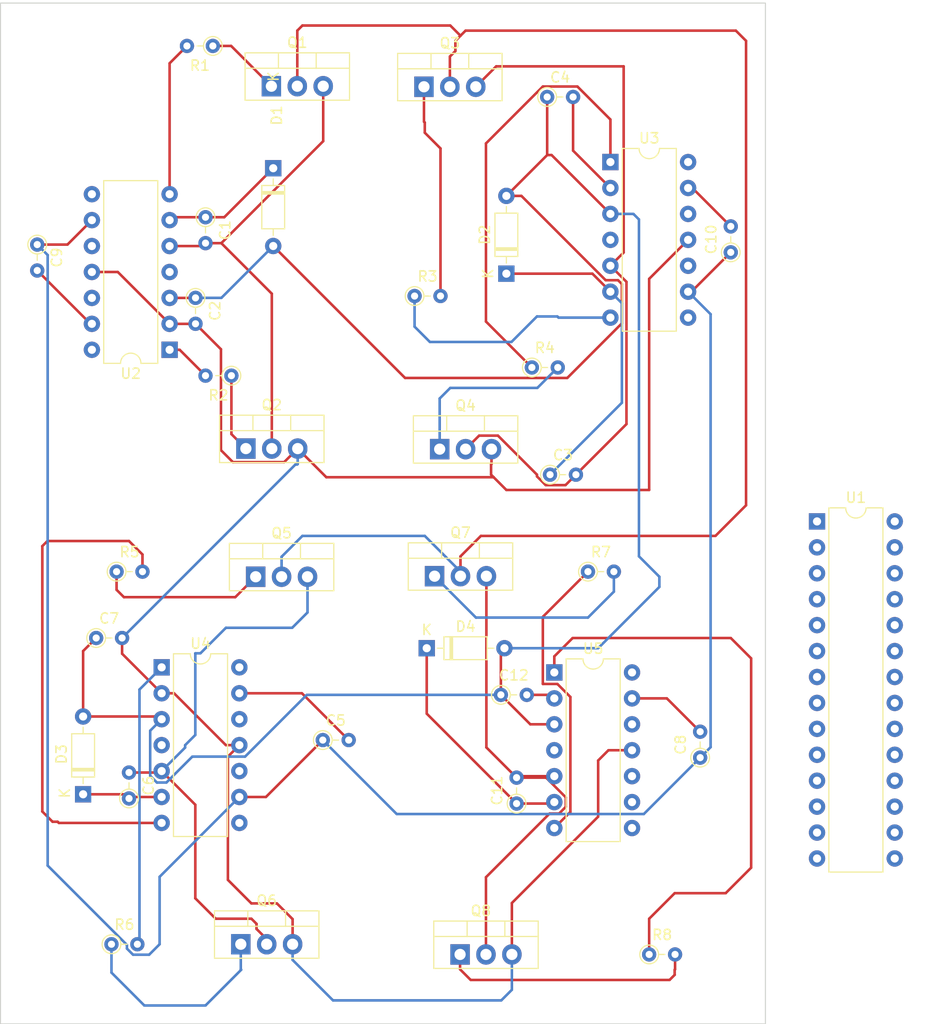
<source format=kicad_pcb>
(kicad_pcb (version 20240108) (generator "pcbnew") (generator_version "8.0")
  (layers (0 "F.Cu" signal) (31 "B.Cu" signal) (34 "B.Paste" user) (35 "F.Paste" user) (36 "B.SilkS" user "B.Silkscreen") (37 "F.SilkS" user "F.Silkscreen") (38 "B.Mask" user) (39 "F.Mask" user) (44 "Edge.Cuts" user))
  (net 0 "")
  (net 1 "Net-(D1-K)")
  (net 2 "Net-(Q1-S)")
  (net 3 "+12V")
  (net 4 "GND")
  (net 5 "Net-(D2-K)")
  (net 6 "Net-(Q3-S)")
  (net 7 "Net-(U3-COM)")
  (net 8 "Net-(U1-VDD)")
  (net 9 "Net-(U4-VSS)")
  (net 10 "Net-(D3-K)")
  (net 11 "Net-(Q5-S)")
  (net 12 "Net-(U5-VSS)")
  (net 13 "Net-(U2-VSS)")
  (net 14 "Net-(U3-VSS)")
  (net 15 "Net-(D4-K)")
  (net 16 "Net-(Q7-S)")
  (net 17 "Net-(U5-COM)")
  (net 18 "Net-(Q1-G)")
  (net 19 "+9V")
  (net 20 "Net-(Q2-G)")
  (net 21 "Net-(Q3-G)")
  (net 22 "Net-(Q4-G)")
  (net 23 "Net-(Q5-G)")
  (net 24 "Net-(Q6-G)")
  (net 25 "Net-(Q7-G)")
  (net 26 "Net-(Q8-G)")
  (net 74 "Net-(U2-LO)")
  (net 75 "Net-(U2-HO)")
  (net 76 "Net-(U3-LO)")
  (net 77 "Net-(U3-HO)")
  (net 78 "Net-(U4-HO)")
  (net 79 "Net-(U4-LO)")
  (net 80 "Net-(U5-LO)")
  (net 81 "Net-(U5-HO)")
  (footprint "Package_TO_SOT_THT:TO-220-3_Vertical" (layer "F.Cu") (at 86.96 73.945)
    (property "Reference" "Q7" (at 2.54 -4.27 0) (layer "F.SilkS"))
    (property "Value" "IRF540N")
    (pad "1" thru_hole rect (at 0 0) (size 1.905 2) (drill 1.1) (layers "*.Cu" "*.Mask") (net 25 "Net-(Q7-G)"))
    (pad "2" thru_hole oval (at 2.54 0) (size 1.905 2) (drill 1.1) (layers "*.Cu" "*.Mask") (net 19 "+9V"))
    (pad "3" thru_hole oval (at 5.08 0) (size 1.905 2) (drill 1.1) (layers "*.Cu" "*.Mask") (net 16 "Net-(Q7-S)"))
  )
  (footprint "Resistor_THT:R_Axial_DIN0204_L3.6mm_D1.6mm_P2.54mm_Vertical" (layer "F.Cu") (at 48 41.46 -90)
    (property "Reference" "C9" (at 1.27 -1.92 90) (layer "F.SilkS"))
    (property "Value" "1uF")
    (pad "1" thru_hole circle (at 0 0 270) (size 1.4 1.4) (drill 0.7) (layers "*.Cu" "*.Mask") (net 8 "Net-(U1-VDD)"))
    (pad "2" thru_hole oval (at 2.54 0 270) (size 1.4 1.4) (drill 0.7) (layers "*.Cu" "*.Mask") (net 13 "Net-(U2-VSS)"))
  )
  (footprint "Diode_THT:D_DO-35_SOD27_P7.62mm_Horizontal" (layer "F.Cu") (at 94 44.31 90)
    (property "Reference" "D2" (at 3.81 -2.12 270) (layer "F.SilkS"))
    (property "Value" "1N914")
    (fp_text user "K" (at 0 -1.8 270) (layer "F.SilkS"))
    (pad "1" thru_hole rect (at 0 0 90) (size 1.6 1.6) (drill 0.8) (layers "*.Cu" "*.Mask") (net 5 "Net-(D2-K)"))
    (pad "2" thru_hole oval (at 7.62 0 90) (size 1.6 1.6) (drill 0.8) (layers "*.Cu" "*.Mask") (net 3 "+12V"))
  )
  (footprint "Package_TO_SOT_THT:TO-220-3_Vertical" (layer "F.Cu") (at 89.46 111)
    (property "Reference" "Q8" (at 2.04 -4.27 0) (layer "F.SilkS"))
    (property "Value" "IRF540N")
    (pad "1" thru_hole rect (at 0 0) (size 1.905 2) (drill 1.1) (layers "*.Cu" "*.Mask") (net 26 "Net-(Q8-G)"))
    (pad "2" thru_hole oval (at 2.54 0) (size 1.905 2) (drill 1.1) (layers "*.Cu" "*.Mask") (net 16 "Net-(Q7-S)"))
    (pad "3" thru_hole oval (at 5.08 0) (size 1.905 2) (drill 1.1) (layers "*.Cu" "*.Mask") (net 4 "GND"))
  )
  (footprint "Resistor_THT:R_Axial_DIN0204_L3.6mm_D1.6mm_P2.54mm_Vertical" (layer "F.Cu") (at 55.28 110)
    (property "Reference" "R6" (at 1.27 -1.92 0) (layer "F.SilkS"))
    (property "Value" "22R")
    (pad "1" thru_hole circle (at 0 0) (size 1.4 1.4) (drill 0.7) (layers "*.Cu" "*.Mask") (net 24 "Net-(Q6-G)"))
    (pad "2" thru_hole oval (at 2.54 0) (size 1.4 1.4) (drill 0.7) (layers "*.Cu" "*.Mask") (net 79 "Net-(U4-LO)"))
  )
  (footprint "Resistor_THT:R_Axial_DIN0204_L3.6mm_D1.6mm_P2.54mm_Vertical" (layer "F.Cu") (at 102 73.5)
    (property "Reference" "R7" (at 1.27 -1.92 0) (layer "F.SilkS"))
    (property "Value" "22R")
    (pad "1" thru_hole circle (at 0 0) (size 1.4 1.4) (drill 0.7) (layers "*.Cu" "*.Mask") (net 81 "Net-(U5-HO)"))
    (pad "2" thru_hole oval (at 2.54 0) (size 1.4 1.4) (drill 0.7) (layers "*.Cu" "*.Mask") (net 25 "Net-(Q7-G)"))
  )
  (footprint "Resistor_THT:R_Axial_DIN0204_L3.6mm_D1.6mm_P2.54mm_Vertical" (layer "F.Cu") (at 67.04 54.3 180)
    (property "Reference" "R2" (at 1.27 -1.92 0) (layer "F.SilkS"))
    (property "Value" "22R")
    (pad "1" thru_hole circle (at 0 0 180) (size 1.4 1.4) (drill 0.7) (layers "*.Cu" "*.Mask") (net 20 "Net-(Q2-G)"))
    (pad "2" thru_hole oval (at 2.54 0 180) (size 1.4 1.4) (drill 0.7) (layers "*.Cu" "*.Mask") (net 74 "Net-(U2-LO)"))
  )
  (footprint "Resistor_THT:R_Axial_DIN0204_L3.6mm_D1.6mm_P2.54mm_Vertical" (layer "F.Cu") (at 65.22 22 180)
    (property "Reference" "R1" (at 1.27 -1.92 0) (layer "F.SilkS"))
    (property "Value" "22R")
    (pad "1" thru_hole circle (at 0 0 180) (size 1.4 1.4) (drill 0.7) (layers "*.Cu" "*.Mask") (net 18 "Net-(Q1-G)"))
    (pad "2" thru_hole oval (at 2.54 0 180) (size 1.4 1.4) (drill 0.7) (layers "*.Cu" "*.Mask") (net 75 "Net-(U2-HO)"))
  )
  (footprint "Package_DIP:DIP-14_W7.62mm" (layer "F.Cu") (at 104.2 33.375)
    (property "Reference" "U3" (at 3.81 -2.33 0) (layer "F.SilkS"))
    (property "Value" "IR2110")
    (pad "1" thru_hole rect (at 0 0) (size 1.6 1.6) (drill 0.8) (layers "*.Cu" "*.Mask") (net 76 "Net-(U3-LO)"))
    (pad "2" thru_hole oval (at 0 2.54) (size 1.6 1.6) (drill 0.8) (layers "*.Cu" "*.Mask") (net 7 "Net-(U3-COM)"))
    (pad "3" thru_hole oval (at 0 5.08) (size 1.6 1.6) (drill 0.8) (layers "*.Cu" "*.Mask") (net 3 "+12V"))
    (pad "4" thru_hole oval (at 0 7.62) (size 1.6 1.6) (drill 0.8) (layers "*.Cu" "*.Mask"))
    (pad "5" thru_hole oval (at 0 10.16) (size 1.6 1.6) (drill 0.8) (layers "*.Cu" "*.Mask") (net 6 "Net-(Q3-S)"))
    (pad "6" thru_hole oval (at 0 12.7) (size 1.6 1.6) (drill 0.8) (layers "*.Cu" "*.Mask") (net 5 "Net-(D2-K)"))
    (pad "7" thru_hole oval (at 0 15.24) (size 1.6 1.6) (drill 0.8) (layers "*.Cu" "*.Mask") (net 77 "Net-(U3-HO)"))
    (pad "8" thru_hole oval (at 7.62 15.24) (size 1.6 1.6) (drill 0.8) (layers "*.Cu" "*.Mask"))
    (pad "9" thru_hole oval (at 7.62 12.7) (size 1.6 1.6) (drill 0.8) (layers "*.Cu" "*.Mask") (net 8 "Net-(U1-VDD)"))
    (pad "10" thru_hole oval (at 7.62 10.16) (size 1.6 1.6) (drill 0.8) (layers "*.Cu" "*.Mask"))
    (pad "11" thru_hole oval (at 7.62 7.62) (size 1.6 1.6) (drill 0.8) (layers "*.Cu" "*.Mask") (net 4 "GND"))
    (pad "12" thru_hole oval (at 7.62 5.08) (size 1.6 1.6) (drill 0.8) (layers "*.Cu" "*.Mask"))
    (pad "13" thru_hole oval (at 7.62 2.54) (size 1.6 1.6) (drill 0.8) (layers "*.Cu" "*.Mask") (net 14 "Net-(U3-VSS)"))
    (pad "14" thru_hole oval (at 7.62 0) (size 1.6 1.6) (drill 0.8) (layers "*.Cu" "*.Mask"))
  )
  (footprint "Package_TO_SOT_THT:TO-220-3_Vertical" (layer "F.Cu") (at 70.96 25.945)
    (property "Reference" "Q1" (at 2.54 -4.27 0) (layer "F.SilkS"))
    (property "Value" "IRF540N")
    (pad "1" thru_hole rect (at 0 0) (size 1.905 2) (drill 1.1) (layers "*.Cu" "*.Mask") (net 18 "Net-(Q1-G)"))
    (pad "2" thru_hole oval (at 2.54 0) (size 1.905 2) (drill 1.1) (layers "*.Cu" "*.Mask") (net 19 "+9V"))
    (pad "3" thru_hole oval (at 5.08 0) (size 1.905 2) (drill 1.1) (layers "*.Cu" "*.Mask") (net 2 "Net-(Q1-S)"))
  )
  (footprint "Package_TO_SOT_THT:TO-220-3_Vertical" (layer "F.Cu") (at 69.42 74)
    (property "Reference" "Q5" (at 2.54 -4.27 0) (layer "F.SilkS"))
    (property "Value" "IRF540N")
    (pad "1" thru_hole rect (at 0 0) (size 1.905 2) (drill 1.1) (layers "*.Cu" "*.Mask") (net 23 "Net-(Q5-G)"))
    (pad "2" thru_hole oval (at 2.54 0) (size 1.905 2) (drill 1.1) (layers "*.Cu" "*.Mask") (net 19 "+9V"))
    (pad "3" thru_hole oval (at 5.08 0) (size 1.905 2) (drill 1.1) (layers "*.Cu" "*.Mask") (net 11 "Net-(Q5-S)"))
  )
  (footprint "Resistor_THT:R_Axial_DIN0204_L3.6mm_D1.6mm_P2.54mm_Vertical" (layer "F.Cu") (at 63.52 46.68 -90)
    (property "Reference" "C2" (at 1.27 -1.92 90) (layer "F.SilkS"))
    (property "Value" "1uF")
    (pad "1" thru_hole circle (at 0 0 270) (size 1.4 1.4) (drill 0.7) (layers "*.Cu" "*.Mask") (net 3 "+12V"))
    (pad "2" thru_hole oval (at 2.54 0 270) (size 1.4 1.4) (drill 0.7) (layers "*.Cu" "*.Mask") (net 4 "GND"))
  )
  (footprint "Package_DIP:DIP-14_W7.62mm" (layer "F.Cu") (at 60.98 51.765 180)
    (property "Reference" "U2" (at 3.81 -2.33 0) (layer "F.SilkS"))
    (property "Value" "IR2110")
    (pad "1" thru_hole rect (at 0 0 180) (size 1.6 1.6) (drill 0.8) (layers "*.Cu" "*.Mask") (net 74 "Net-(U2-LO)"))
    (pad "2" thru_hole oval (at 0 2.54 180) (size 1.6 1.6) (drill 0.8) (layers "*.Cu" "*.Mask") (net 4 "GND"))
    (pad "3" thru_hole oval (at 0 5.08 180) (size 1.6 1.6) (drill 0.8) (layers "*.Cu" "*.Mask") (net 3 "+12V"))
    (pad "4" thru_hole oval (at 0 7.62 180) (size 1.6 1.6) (drill 0.8) (layers "*.Cu" "*.Mask"))
    (pad "5" thru_hole oval (at 0 10.16 180) (size 1.6 1.6) (drill 0.8) (layers "*.Cu" "*.Mask") (net 2 "Net-(Q1-S)"))
    (pad "6" thru_hole oval (at 0 12.7 180) (size 1.6 1.6) (drill 0.8) (layers "*.Cu" "*.Mask") (net 1 "Net-(D1-K)"))
    (pad "7" thru_hole oval (at 0 15.24 180) (size 1.6 1.6) (drill 0.8) (layers "*.Cu" "*.Mask") (net 75 "Net-(U2-HO)"))
    (pad "8" thru_hole oval (at 7.62 15.24 180) (size 1.6 1.6) (drill 0.8) (layers "*.Cu" "*.Mask"))
    (pad "9" thru_hole oval (at 7.62 12.7 180) (size 1.6 1.6) (drill 0.8) (layers "*.Cu" "*.Mask") (net 8 "Net-(U1-VDD)"))
    (pad "10" thru_hole oval (at 7.62 10.16 180) (size 1.6 1.6) (drill 0.8) (layers "*.Cu" "*.Mask"))
    (pad "11" thru_hole oval (at 7.62 7.62 180) (size 1.6 1.6) (drill 0.8) (layers "*.Cu" "*.Mask") (net 4 "GND"))
    (pad "12" thru_hole oval (at 7.62 5.08 180) (size 1.6 1.6) (drill 0.8) (layers "*.Cu" "*.Mask"))
    (pad "13" thru_hole oval (at 7.62 2.54 180) (size 1.6 1.6) (drill 0.8) (layers "*.Cu" "*.Mask") (net 13 "Net-(U2-VSS)"))
    (pad "14" thru_hole oval (at 7.62 0 180) (size 1.6 1.6) (drill 0.8) (layers "*.Cu" "*.Mask"))
  )
  (footprint "Resistor_THT:R_Axial_DIN0204_L3.6mm_D1.6mm_P2.54mm_Vertical" (layer "F.Cu") (at 93.46 85.57)
    (property "Reference" "C12" (at 1.27 -1.92 0) (layer "F.SilkS"))
    (property "Value" "1uF")
    (pad "1" thru_hole circle (at 0 0) (size 1.4 1.4) (drill 0.7) (layers "*.Cu" "*.Mask") (net 3 "+12V"))
    (pad "2" thru_hole oval (at 2.54 0) (size 1.4 1.4) (drill 0.7) (layers "*.Cu" "*.Mask") (net 17 "Net-(U5-COM)"))
  )
  (footprint "Package_TO_SOT_THT:TO-220-3_Vertical" (layer "F.Cu") (at 87.46 61.5)
    (property "Reference" "Q4" (at 2.54 -4.27 360) (layer "F.SilkS"))
    (property "Value" "IRF540N")
    (pad "1" thru_hole rect (at 0 0) (size 1.905 2) (drill 1.1) (layers "*.Cu" "*.Mask") (net 22 "Net-(Q4-G)"))
    (pad "2" thru_hole oval (at 2.54 0) (size 1.905 2) (drill 1.1) (layers "*.Cu" "*.Mask") (net 6 "Net-(Q3-S)"))
    (pad "3" thru_hole oval (at 5.08 0) (size 1.905 2) (drill 1.1) (layers "*.Cu" "*.Mask") (net 4 "GND"))
  )
  (footprint "Resistor_THT:R_Axial_DIN0204_L3.6mm_D1.6mm_P2.54mm_Vertical" (layer "F.Cu") (at 55.78 73.5)
    (property "Reference" "R5" (at 1.27 -1.92 0) (layer "F.SilkS"))
    (property "Value" "22R")
    (pad "1" thru_hole circle (at 0 0) (size 1.4 1.4) (drill 0.7) (layers "*.Cu" "*.Mask") (net 23 "Net-(Q5-G)"))
    (pad "2" thru_hole oval (at 2.54 0) (size 1.4 1.4) (drill 0.7) (layers "*.Cu" "*.Mask") (net 78 "Net-(U4-HO)"))
  )
  (footprint "Package_TO_SOT_THT:TO-220-3_Vertical" (layer "F.Cu") (at 68.46 61.445)
    (property "Reference" "Q2" (at 2.54 -4.27 360) (layer "F.SilkS"))
    (property "Value" "IRF540N")
    (pad "1" thru_hole rect (at 0 0) (size 1.905 2) (drill 1.1) (layers "*.Cu" "*.Mask") (net 20 "Net-(Q2-G)"))
    (pad "2" thru_hole oval (at 2.54 0) (size 1.905 2) (drill 1.1) (layers "*.Cu" "*.Mask") (net 2 "Net-(Q1-S)"))
    (pad "3" thru_hole oval (at 5.08 0) (size 1.905 2) (drill 1.1) (layers "*.Cu" "*.Mask") (net 4 "GND"))
  )
  (footprint "Resistor_THT:R_Axial_DIN0204_L3.6mm_D1.6mm_P2.54mm_Vertical" (layer "F.Cu") (at 95 96.22 90)
    (property "Reference" "C11" (at 1.27 -1.92 270) (layer "F.SilkS"))
    (property "Value" "1uF")
    (pad "1" thru_hole circle (at 0 0 90) (size 1.4 1.4) (drill 0.7) (layers "*.Cu" "*.Mask") (net 15 "Net-(D4-K)"))
    (pad "2" thru_hole oval (at 2.54 0 90) (size 1.4 1.4) (drill 0.7) (layers "*.Cu" "*.Mask") (net 16 "Net-(Q7-S)"))
  )
  (footprint "Diode_THT:D_DO-35_SOD27_P7.62mm_Horizontal" (layer "F.Cu") (at 86.19 81)
    (property "Reference" "D4" (at 3.81 -2.12 0) (layer "F.SilkS"))
    (property "Value" "1N914")
    (fp_text user "K" (at 0 -1.8 0) (layer "F.SilkS"))
    (pad "1" thru_hole rect (at 0 0) (size 1.6 1.6) (drill 0.8) (layers "*.Cu" "*.Mask") (net 15 "Net-(D4-K)"))
    (pad "2" thru_hole oval (at 7.62 0) (size 1.6 1.6) (drill 0.8) (layers "*.Cu" "*.Mask") (net 3 "+12V"))
  )
  (footprint "Resistor_THT:R_Axial_DIN0204_L3.6mm_D1.6mm_P2.54mm_Vertical" (layer "F.Cu") (at 98.28 64)
    (property "Reference" "C3" (at 1.27 -1.92 0) (layer "F.SilkS"))
    (property "Value" "1uF")
    (pad "1" thru_hole circle (at 0 0) (size 1.4 1.4) (drill 0.7) (layers "*.Cu" "*.Mask") (net 5 "Net-(D2-K)"))
    (pad "2" thru_hole oval (at 2.54 0) (size 1.4 1.4) (drill 0.7) (layers "*.Cu" "*.Mask") (net 6 "Net-(Q3-S)"))
  )
  (footprint "Resistor_THT:R_Axial_DIN0204_L3.6mm_D1.6mm_P2.54mm_Vertical" (layer "F.Cu") (at 108 111)
    (property "Reference" "R8" (at 1.27 -1.92 0) (layer "F.SilkS"))
    (property "Value" "22R")
    (pad "1" thru_hole circle (at 0 0) (size 1.4 1.4) (drill 0.7) (layers "*.Cu" "*.Mask") (net 80 "Net-(U5-LO)"))
    (pad "2" thru_hole oval (at 2.54 0) (size 1.4 1.4) (drill 0.7) (layers "*.Cu" "*.Mask") (net 26 "Net-(Q8-G)"))
  )
  (footprint "Resistor_THT:R_Axial_DIN0204_L3.6mm_D1.6mm_P2.54mm_Vertical" (layer "F.Cu") (at 57 95.72 90)
    (property "Reference" "C6" (at 1.27 1.92 270) (layer "F.SilkS"))
    (property "Value" "1uF")
    (pad "1" thru_hole circle (at 0 0 90) (size 1.4 1.4) (drill 0.7) (layers "*.Cu" "*.Mask") (net 10 "Net-(D3-K)"))
    (pad "2" thru_hole oval (at 2.54 0 90) (size 1.4 1.4) (drill 0.7) (layers "*.Cu" "*.Mask") (net 11 "Net-(Q5-S)"))
  )
  (footprint "Resistor_THT:R_Axial_DIN0204_L3.6mm_D1.6mm_P2.54mm_Vertical" (layer "F.Cu") (at 85 46.5)
    (property "Reference" "R3" (at 1.27 -1.92 0) (layer "F.SilkS"))
    (property "Value" "22R")
    (pad "1" thru_hole circle (at 0 0) (size 1.4 1.4) (drill 0.7) (layers "*.Cu" "*.Mask") (net 77 "Net-(U3-HO)"))
    (pad "2" thru_hole oval (at 2.54 0) (size 1.4 1.4) (drill 0.7) (layers "*.Cu" "*.Mask") (net 21 "Net-(Q3-G)"))
  )
  (footprint "Package_DIP:DIP-14_W7.62mm" (layer "F.Cu") (at 60.2 82.875)
    (property "Reference" "U4" (at 3.81 -2.33 0) (layer "F.SilkS"))
    (property "Value" "IR2110")
    (pad "1" thru_hole rect (at 0 0) (size 1.6 1.6) (drill 0.8) (layers "*.Cu" "*.Mask") (net 79 "Net-(U4-LO)"))
    (pad "2" thru_hole oval (at 0 2.54) (size 1.6 1.6) (drill 0.8) (layers "*.Cu" "*.Mask") (net 4 "GND"))
    (pad "3" thru_hole oval (at 0 5.08) (size 1.6 1.6) (drill 0.8) (layers "*.Cu" "*.Mask") (net 3 "+12V"))
    (pad "4" thru_hole oval (at 0 7.62) (size 1.6 1.6) (drill 0.8) (layers "*.Cu" "*.Mask"))
    (pad "5" thru_hole oval (at 0 10.16) (size 1.6 1.6) (drill 0.8) (layers "*.Cu" "*.Mask") (net 11 "Net-(Q5-S)"))
    (pad "6" thru_hole oval (at 0 12.7) (size 1.6 1.6) (drill 0.8) (layers "*.Cu" "*.Mask") (net 10 "Net-(D3-K)"))
    (pad "7" thru_hole oval (at 0 15.24) (size 1.6 1.6) (drill 0.8) (layers "*.Cu" "*.Mask") (net 78 "Net-(U4-HO)"))
    (pad "8" thru_hole oval (at 7.62 15.24) (size 1.6 1.6) (drill 0.8) (layers "*.Cu" "*.Mask"))
    (pad "9" thru_hole oval (at 7.62 12.7) (size 1.6 1.6) (drill 0.8) (layers "*.Cu" "*.Mask") (net 8 "Net-(U1-VDD)"))
    (pad "10" thru_hole oval (at 7.62 10.16) (size 1.6 1.6) (drill 0.8) (layers "*.Cu" "*.Mask"))
    (pad "11" thru_hole oval (at 7.62 7.62) (size 1.6 1.6) (drill 0.8) (layers "*.Cu" "*.Mask") (net 4 "GND"))
    (pad "12" thru_hole oval (at 7.62 5.08) (size 1.6 1.6) (drill 0.8) (layers "*.Cu" "*.Mask"))
    (pad "13" thru_hole oval (at 7.62 2.54) (size 1.6 1.6) (drill 0.8) (layers "*.Cu" "*.Mask") (net 9 "Net-(U4-VSS)"))
    (pad "14" thru_hole oval (at 7.62 0) (size 1.6 1.6) (drill 0.8) (layers "*.Cu" "*.Mask"))
  )
  (footprint "Package_TO_SOT_THT:TO-220-3_Vertical" (layer "F.Cu") (at 67.96 110)
    (property "Reference" "Q6" (at 2.54 -4.27 0) (layer "F.SilkS"))
    (property "Value" "IRF540N")
    (pad "1" thru_hole rect (at 0 0) (size 1.905 2) (drill 1.1) (layers "*.Cu" "*.Mask") (net 24 "Net-(Q6-G)"))
    (pad "2" thru_hole oval (at 2.54 0) (size 1.905 2) (drill 1.1) (layers "*.Cu" "*.Mask") (net 11 "Net-(Q5-S)"))
    (pad "3" thru_hole oval (at 5.08 0) (size 1.905 2) (drill 1.1) (layers "*.Cu" "*.Mask") (net 4 "GND"))
  )
  (footprint "Package_DIP:DIP-14_W7.62mm" (layer "F.Cu") (at 98.7 83.375)
    (property "Reference" "U5" (at 3.81 -2.33 0) (layer "F.SilkS"))
    (property "Value" "IR2110")
    (pad "1" thru_hole rect (at 0 0) (size 1.6 1.6) (drill 0.8) (layers "*.Cu" "*.Mask") (net 80 "Net-(U5-LO)"))
    (pad "2" thru_hole oval (at 0 2.54) (size 1.6 1.6) (drill 0.8) (layers "*.Cu" "*.Mask") (net 17 "Net-(U5-COM)"))
    (pad "3" thru_hole oval (at 0 5.08) (size 1.6 1.6) (drill 0.8) (layers "*.Cu" "*.Mask") (net 3 "+12V"))
    (pad "4" thru_hole oval (at 0 7.62) (size 1.6 1.6) (drill 0.8) (layers "*.Cu" "*.Mask"))
    (pad "5" thru_hole oval (at 0 10.16) (size 1.6 1.6) (drill 0.8) (layers "*.Cu" "*.Mask") (net 16 "Net-(Q7-S)"))
    (pad "6" thru_hole oval (at 0 12.7) (size 1.6 1.6) (drill 0.8) (layers "*.Cu" "*.Mask") (net 15 "Net-(D4-K)"))
    (pad "7" thru_hole oval (at 0 15.24) (size 1.6 1.6) (drill 0.8) (layers "*.Cu" "*.Mask") (net 81 "Net-(U5-HO)"))
    (pad "8" thru_hole oval (at 7.62 15.24) (size 1.6 1.6) (drill 0.8) (layers "*.Cu" "*.Mask"))
    (pad "9" thru_hole oval (at 7.62 12.7) (size 1.6 1.6) (drill 0.8) (layers "*.Cu" "*.Mask") (net 8 "Net-(U1-VDD)"))
    (pad "10" thru_hole oval (at 7.62 10.16) (size 1.6 1.6) (drill 0.8) (layers "*.Cu" "*.Mask"))
    (pad "11" thru_hole oval (at 7.62 7.62) (size 1.6 1.6) (drill 0.8) (layers "*.Cu" "*.Mask") (net 4 "GND"))
    (pad "12" thru_hole oval (at 7.62 5.08) (size 1.6 1.6) (drill 0.8) (layers "*.Cu" "*.Mask"))
    (pad "13" thru_hole oval (at 7.62 2.54) (size 1.6 1.6) (drill 0.8) (layers "*.Cu" "*.Mask") (net 12 "Net-(U5-VSS)"))
    (pad "14" thru_hole oval (at 7.62 0) (size 1.6 1.6) (drill 0.8) (layers "*.Cu" "*.Mask"))
  )
  (footprint "Package_DIP:DIP-28_W7.62mm" (layer "F.Cu") (at 124.46 68.58)
    (property "Reference" "U1" (at 3.81 -2.33 0) (layer "F.SilkS"))
    (property "Value" "AVR128DB28x-xSP")
    (pad "1" thru_hole rect (at 0 0) (size 1.6 1.6) (drill 0.8) (layers "*.Cu" "*.Mask"))
    (pad "2" thru_hole oval (at 0 2.54) (size 1.6 1.6) (drill 0.8) (layers "*.Cu" "*.Mask"))
    (pad "3" thru_hole oval (at 0 5.08) (size 1.6 1.6) (drill 0.8) (layers "*.Cu" "*.Mask"))
    (pad "4" thru_hole oval (at 0 7.62) (size 1.6 1.6) (drill 0.8) (layers "*.Cu" "*.Mask"))
    (pad "5" thru_hole oval (at 0 10.16) (size 1.6 1.6) (drill 0.8) (layers "*.Cu" "*.Mask"))
    (pad "6" thru_hole oval (at 0 12.7) (size 1.6 1.6) (drill 0.8) (layers "*.Cu" "*.Mask"))
    (pad "7" thru_hole oval (at 0 15.24) (size 1.6 1.6) (drill 0.8) (layers "*.Cu" "*.Mask"))
    (pad "8" thru_hole oval (at 0 17.78) (size 1.6 1.6) (drill 0.8) (layers "*.Cu" "*.Mask"))
    (pad "9" thru_hole oval (at 0 20.32) (size 1.6 1.6) (drill 0.8) (layers "*.Cu" "*.Mask"))
    (pad "10" thru_hole oval (at 0 22.86) (size 1.6 1.6) (drill 0.8) (layers "*.Cu" "*.Mask"))
    (pad "11" thru_hole oval (at 0 25.4) (size 1.6 1.6) (drill 0.8) (layers "*.Cu" "*.Mask"))
    (pad "12" thru_hole oval (at 0 27.94) (size 1.6 1.6) (drill 0.8) (layers "*.Cu" "*.Mask"))
    (pad "13" thru_hole oval (at 0 30.48) (size 1.6 1.6) (drill 0.8) (layers "*.Cu" "*.Mask"))
    (pad "14" thru_hole oval (at 0 33.02) (size 1.6 1.6) (drill 0.8) (layers "*.Cu" "*.Mask"))
    (pad "15" thru_hole oval (at 7.62 33.02) (size 1.6 1.6) (drill 0.8) (layers "*.Cu" "*.Mask"))
    (pad "16" thru_hole oval (at 7.62 30.48) (size 1.6 1.6) (drill 0.8) (layers "*.Cu" "*.Mask"))
    (pad "17" thru_hole oval (at 7.62 27.94) (size 1.6 1.6) (drill 0.8) (layers "*.Cu" "*.Mask"))
    (pad "18" thru_hole oval (at 7.62 25.4) (size 1.6 1.6) (drill 0.8) (layers "*.Cu" "*.Mask"))
    (pad "19" thru_hole oval (at 7.62 22.86) (size 1.6 1.6) (drill 0.8) (layers "*.Cu" "*.Mask"))
    (pad "20" thru_hole oval (at 7.62 20.32) (size 1.6 1.6) (drill 0.8) (layers "*.Cu" "*.Mask") (net 8 "Net-(U1-VDD)"))
    (pad "21" thru_hole oval (at 7.62 17.78) (size 1.6 1.6) (drill 0.8) (layers "*.Cu" "*.Mask"))
    (pad "22" thru_hole oval (at 7.62 15.24) (size 1.6 1.6) (drill 0.8) (layers "*.Cu" "*.Mask"))
    (pad "23" thru_hole oval (at 7.62 12.7) (size 1.6 1.6) (drill 0.8) (layers "*.Cu" "*.Mask"))
    (pad "24" thru_hole oval (at 7.62 10.16) (size 1.6 1.6) (drill 0.8) (layers "*.Cu" "*.Mask"))
    (pad "25" thru_hole oval (at 7.62 7.62) (size 1.6 1.6) (drill 0.8) (layers "*.Cu" "*.Mask"))
    (pad "26" thru_hole oval (at 7.62 5.08) (size 1.6 1.6) (drill 0.8) (layers "*.Cu" "*.Mask"))
    (pad "27" thru_hole oval (at 7.62 2.54) (size 1.6 1.6) (drill 0.8) (layers "*.Cu" "*.Mask"))
    (pad "28" thru_hole oval (at 7.62 0) (size 1.6 1.6) (drill 0.8) (layers "*.Cu" "*.Mask"))
  )
  (footprint "Resistor_THT:R_Axial_DIN0204_L3.6mm_D1.6mm_P2.54mm_Vertical" (layer "F.Cu") (at 76 90)
    (property "Reference" "C5" (at 1.27 -1.92 0) (layer "F.SilkS"))
    (property "Value" "1uF")
    (pad "1" thru_hole circle (at 0 0) (size 1.4 1.4) (drill 0.7) (layers "*.Cu" "*.Mask") (net 8 "Net-(U1-VDD)"))
    (pad "2" thru_hole oval (at 2.54 0) (size 1.4 1.4) (drill 0.7) (layers "*.Cu" "*.Mask") (net 9 "Net-(U4-VSS)"))
  )
  (footprint "Resistor_THT:R_Axial_DIN0204_L3.6mm_D1.6mm_P2.54mm_Vertical" (layer "F.Cu") (at 98 27)
    (property "Reference" "C4" (at 1.27 -1.92 0) (layer "F.SilkS"))
    (property "Value" "1uF")
    (pad "1" thru_hole circle (at 0 0) (size 1.4 1.4) (drill 0.7) (layers "*.Cu" "*.Mask") (net 3 "+12V"))
    (pad "2" thru_hole oval (at 2.54 0) (size 1.4 1.4) (drill 0.7) (layers "*.Cu" "*.Mask") (net 7 "Net-(U3-COM)"))
  )
  (footprint "Package_TO_SOT_THT:TO-220-3_Vertical" (layer "F.Cu") (at 85.92 26)
    (property "Reference" "Q3" (at 2.54 -4.27 0) (layer "F.SilkS"))
    (property "Value" "IRF540N")
    (pad "1" thru_hole rect (at 0 0) (size 1.905 2) (drill 1.1) (layers "*.Cu" "*.Mask") (net 21 "Net-(Q3-G)"))
    (pad "2" thru_hole oval (at 2.54 0) (size 1.905 2) (drill 1.1) (layers "*.Cu" "*.Mask") (net 19 "+9V"))
    (pad "3" thru_hole oval (at 5.08 0) (size 1.905 2) (drill 1.1) (layers "*.Cu" "*.Mask") (net 6 "Net-(Q3-S)"))
  )
  (footprint "Resistor_THT:R_Axial_DIN0204_L3.6mm_D1.6mm_P2.54mm_Vertical" (layer "F.Cu") (at 113 91.72 90)
    (property "Reference" "C8" (at 1.27 -1.92 270) (layer "F.SilkS"))
    (property "Value" "1uF")
    (pad "1" thru_hole circle (at 0 0 90) (size 1.4 1.4) (drill 0.7) (layers "*.Cu" "*.Mask") (net 8 "Net-(U1-VDD)"))
    (pad "2" thru_hole oval (at 2.54 0 90) (size 1.4 1.4) (drill 0.7) (layers "*.Cu" "*.Mask") (net 12 "Net-(U5-VSS)"))
  )
  (footprint "Resistor_THT:R_Axial_DIN0204_L3.6mm_D1.6mm_P2.54mm_Vertical" (layer "F.Cu") (at 96.5 53.5)
    (property "Reference" "R4" (at 1.27 -1.92 0) (layer "F.SilkS"))
    (property "Value" "22R")
    (pad "1" thru_hole circle (at 0 0) (size 1.4 1.4) (drill 0.7) (layers "*.Cu" "*.Mask") (net 76 "Net-(U3-LO)"))
    (pad "2" thru_hole oval (at 2.54 0) (size 1.4 1.4) (drill 0.7) (layers "*.Cu" "*.Mask") (net 22 "Net-(Q4-G)"))
  )
  (footprint "Resistor_THT:R_Axial_DIN0204_L3.6mm_D1.6mm_P2.54mm_Vertical" (layer "F.Cu") (at 116 42.22 90)
    (property "Reference" "C10" (at 1.27 -1.92 270) (layer "F.SilkS"))
    (property "Value" "1uF")
    (pad "1" thru_hole circle (at 0 0 90) (size 1.4 1.4) (drill 0.7) (layers "*.Cu" "*.Mask") (net 8 "Net-(U1-VDD)"))
    (pad "2" thru_hole oval (at 2.54 0 90) (size 1.4 1.4) (drill 0.7) (layers "*.Cu" "*.Mask") (net 14 "Net-(U3-VSS)"))
  )
  (footprint "Diode_THT:D_DO-35_SOD27_P7.62mm_Horizontal" (layer "F.Cu") (at 71.14 33.98 -90)
    (property "Reference" "D1" (at -5.17 -0.345 90) (layer "F.SilkS"))
    (property "Value" "1N914")
    (fp_text user "K" (at -8.98 -0.025 90) (layer "F.SilkS"))
    (pad "1" thru_hole rect (at 0 0 270) (size 1.6 1.6) (drill 0.8) (layers "*.Cu" "*.Mask") (net 1 "Net-(D1-K)"))
    (pad "2" thru_hole oval (at 7.62 0 270) (size 1.6 1.6) (drill 0.8) (layers "*.Cu" "*.Mask") (net 3 "+12V"))
  )
  (footprint "Diode_THT:D_DO-35_SOD27_P7.62mm_Horizontal" (layer "F.Cu") (at 52.5 95.31 90)
    (property "Reference" "D3" (at 3.925 -2.12 270) (layer "F.SilkS"))
    (property "Value" "1N914")
    (fp_text user "K" (at 0.115 -1.8 270) (layer "F.SilkS"))
    (pad "1" thru_hole rect (at 0 0 90) (size 1.6 1.6) (drill 0.8) (layers "*.Cu" "*.Mask") (net 10 "Net-(D3-K)"))
    (pad "2" thru_hole oval (at 7.62 0 90) (size 1.6 1.6) (drill 0.8) (layers "*.Cu" "*.Mask") (net 3 "+12V"))
  )
  (footprint "Resistor_THT:R_Axial_DIN0204_L3.6mm_D1.6mm_P2.54mm_Vertical" (layer "F.Cu") (at 64.5 38.78 -90)
    (property "Reference" "C1" (at 1.27 -1.92 90) (layer "F.SilkS"))
    (property "Value" "1uF")
    (pad "1" thru_hole circle (at 0 0 270) (size 1.4 1.4) (drill 0.7) (layers "*.Cu" "*.Mask") (net 1 "Net-(D1-K)"))
    (pad "2" thru_hole oval (at 2.54 0 270) (size 1.4 1.4) (drill 0.7) (layers "*.Cu" "*.Mask") (net 2 "Net-(Q1-S)"))
  )
  (footprint "Resistor_THT:R_Axial_DIN0204_L3.6mm_D1.6mm_P2.54mm_Vertical" (layer "F.Cu") (at 53.78 80)
    (property "Reference" "C7" (at 1.27 -1.92 0) (layer "F.SilkS"))
    (property "Value" "1uF")
    (pad "1" thru_hole circle (at 0 0) (size 1.4 1.4) (drill 0.7) (layers "*.Cu" "*.Mask") (net 3 "+12V"))
    (pad "2" thru_hole oval (at 2.54 0) (size 1.4 1.4) (drill 0.7) (layers "*.Cu" "*.Mask") (net 4 "GND"))
  )
  (gr_rect (start 44.4 17.8) (end 119.4 117.8) (stroke (width 0.1)) (fill none) (layer "Edge.Cuts"))
  (segment (start 64.5 38.78) (end 61.265 38.78) (width 0.25) (layer "F.Cu") (net 1))
  (segment (start 61.265 38.78) (end 60.98 39.065) (width 0.25) (layer "F.Cu") (net 1))
  (segment (start 66.34 38.78) (end 71.14 33.98) (width 0.25) (layer "F.Cu") (net 1))
  (segment (start 64.5 38.78) (end 66.34 38.78) (width 0.25) (layer "F.Cu") (net 1))
  (segment (start 64.215 41.605) (end 64.5 41.32) (width 0.25) (layer "F.Cu") (net 2))
  (segment (start 66.05 41.32) (end 71 46.27) (width 0.25) (layer "F.Cu") (net 2))
  (segment (start 71 46.27) (end 71 61.445) (width 0.25) (layer "F.Cu") (net 2))
  (segment (start 76.04 25.945) (end 76.04 31.33) (width 0.25) (layer "F.Cu") (net 2))
  (segment (start 76.04 31.33) (end 66.05 41.32) (width 0.25) (layer "F.Cu") (net 2))
  (segment (start 60.98 41.605) (end 64.215 41.605) (width 0.25) (layer "F.Cu") (net 2))
  (segment (start 66.05 41.32) (end 64.5 41.32) (width 0.25) (layer "F.Cu") (net 2))
  (segment (start 103.734009 44.95) (end 104.95 44.95) (width 0.25) (layer "F.Cu") (net 3))
  (segment (start 98.7 88.455) (end 96.345 88.455) (width 0.25) (layer "F.Cu") (net 3))
  (segment (start 59.935 87.69) (end 60.2 87.955) (width 0.25) (layer "F.Cu") (net 3))
  (segment (start 104.95 44.95) (end 105.325 45.325) (width 0.25) (layer "F.Cu") (net 3))
  (segment (start 52.5 87.69) (end 59.935 87.69) (width 0.25) (layer "F.Cu") (net 3))
  (segment (start 98.435 32.69) (end 104.2 38.455) (width 0.25) (layer "F.Cu") (net 3))
  (segment (start 60.98 46.685) (end 63.515 46.685) (width 0.25) (layer "F.Cu") (net 3))
  (segment (start 98 32.69) (end 98.435 32.69) (width 0.25) (layer "F.Cu") (net 3))
  (segment (start 94 36.69) (end 94 36.5) (width 0.25) (layer "F.Cu") (net 3))
  (segment (start 52.5 87.69) (end 52.5 81.28) (width 0.25) (layer "F.Cu") (net 3))
  (segment (start 84.065 54.525) (end 71.14 41.6) (width 0.25) (layer "F.Cu") (net 3))
  (segment (start 99.975 54.525) (end 84.065 54.525) (width 0.25) (layer "F.Cu") (net 3))
  (segment (start 96.345 88.455) (end 93.46 85.57) (width 0.25) (layer "F.Cu") (net 3))
  (segment (start 63.515 46.685) (end 63.52 46.68) (width 0.25) (layer "F.Cu") (net 3))
  (segment (start 105.325 49.175) (end 99.975 54.525) (width 0.25) (layer "F.Cu") (net 3))
  (segment (start 98 27) (end 98 32.69) (width 0.25) (layer "F.Cu") (net 3))
  (segment (start 95.474009 36.69) (end 103.734009 44.95) (width 0.25) (layer "F.Cu") (net 3))
  (segment (start 98 32.69) (end 94 36.69) (width 0.25) (layer "F.Cu") (net 3))
  (segment (start 93.46 81.35) (end 93.81 81) (width 0.25) (layer "F.Cu") (net 3))
  (segment (start 52.5 81.28) (end 53.78 80) (width 0.25) (layer "F.Cu") (net 3))
  (segment (start 105.325 45.325) (end 105.325 49.175) (width 0.25) (layer "F.Cu") (net 3))
  (segment (start 93.46 85.57) (end 93.46 81.35) (width 0.25) (layer "F.Cu") (net 3))
  (segment (start 94 36.69) (end 95.474009 36.69) (width 0.25) (layer "F.Cu") (net 3))
  (segment (start 66.06 46.68) (end 71.14 41.6) (width 0.25) (layer "B.Cu") (net 3))
  (segment (start 63.205991 91.62) (end 60.665991 94.16) (width 0.25) (layer "B.Cu") (net 3))
  (segment (start 59.075 93.500991) (end 59.075 89.08) (width 0.25) (layer "B.Cu") (net 3))
  (segment (start 68.38 91.62) (end 63.205991 91.62) (width 0.25) (layer "B.Cu") (net 3))
  (segment (start 74.43 85.57) (end 68.38 91.62) (width 0.25) (layer "B.Cu") (net 3))
  (segment (start 106.455 38.455) (end 104.2 38.455) (width 0.25) (layer "B.Cu") (net 3))
  (segment (start 93.46 85.57) (end 74.43 85.57) (width 0.25) (layer "B.Cu") (net 3))
  (segment (start 103 81) (end 109 75) (width 0.25) (layer "B.Cu") (net 3))
  (segment (start 107 72) (end 107 39) (width 0.25) (layer "B.Cu") (net 3))
  (segment (start 93.81 81) (end 103 81) (width 0.25) (layer "B.Cu") (net 3))
  (segment (start 59.075 89.08) (end 60.2 87.955) (width 0.25) (layer "B.Cu") (net 3))
  (segment (start 107 39) (end 106.455 38.455) (width 0.25) (layer "B.Cu") (net 3))
  (segment (start 63.52 46.68) (end 66.06 46.68) (width 0.25) (layer "B.Cu") (net 3))
  (segment (start 60.665991 94.16) (end 59.734009 94.16) (width 0.25) (layer "B.Cu") (net 3))
  (segment (start 109 75) (end 109 74) (width 0.25) (layer "B.Cu") (net 3))
  (segment (start 59.734009 94.16) (end 59.075 93.500991) (width 0.25) (layer "B.Cu") (net 3))
  (segment (start 109 74) (end 107 72) (width 0.25) (layer "B.Cu") (net 3))
  (segment (start 55.9 44.145) (end 60.98 49.225) (width 0.25) (layer "F.Cu") (net 4))
  (segment (start 103 92) (end 104.005 90.995) (width 0.25) (layer "F.Cu") (net 4))
  (segment (start 92.54 62.96) (end 92.54 61.5) (width 0.25) (layer "F.Cu") (net 4))
  (segment (start 56.32 81.535) (end 56.32 80) (width 0.25) (layer "F.Cu") (net 4))
  (segment (start 63.515 49.225) (end 63.52 49.22) (width 0.25) (layer "F.Cu") (net 4))
  (segment (start 61.415 85.415) (end 60.2 85.415) (width 0.25) (layer "F.Cu") (net 4))
  (segment (start 111.82 40.995) (end 108 44.815) (width 0.25) (layer "F.Cu") (net 4))
  (segment (start 66.015 51.715) (end 66.015 61.6025) (width 0.25) (layer "F.Cu") (net 4))
  (segment (start 108 44.815) (end 108 65.5) (width 0.25) (layer "F.Cu") (net 4))
  (segment (start 72.215 62.77) (end 73.54 61.445) (width 0.25) (layer "F.Cu") (net 4))
  (segment (start 63.52 49.22) (end 66.015 51.715) (width 0.25) (layer "F.Cu") (net 4))
  (segment (start 94.54 105.96) (end 103 97.5) (width 0.25) (layer "F.Cu") (net 4))
  (segment (start 67.1825 62.77) (end 72.215 62.77) (width 0.25) (layer "F.Cu") (net 4))
  (segment (start 67.82 90.495) (end 66.695 91.62) (width 0.25) (layer "F.Cu") (net 4))
  (segment (start 104.005 90.995) (end 106.32 90.995) (width 0.25) (layer "F.Cu") (net 4))
  (segment (start 66.695 103.695) (end 69 106) (width 0.25) (layer "F.Cu") (net 4))
  (segment (start 66.695 91.62) (end 66.695 103.695) (width 0.25) (layer "F.Cu") (net 4))
  (segment (start 66.495 90.495) (end 61.415 85.415) (width 0.25) (layer "F.Cu") (net 4))
  (segment (start 94.54 111) (end 94.54 105.96) (width 0.25) (layer "F.Cu") (net 4))
  (segment (start 69 106) (end 71.5 106) (width 0.25) (layer "F.Cu") (net 4))
  (segment (start 60.98 49.225) (end 63.515 49.225) (width 0.25) (layer "F.Cu") (net 4))
  (segment (start 103 97.5) (end 103 92) (width 0.25) (layer "F.Cu") (net 4))
  (segment (start 66.015 61.6025) (end 67.1825 62.77) (width 0.25) (layer "F.Cu") (net 4))
  (segment (start 94 65.5) (end 92.75 64.25) (width 0.25) (layer "F.Cu") (net 4))
  (segment (start 92.5 63) (end 92.54 62.96) (width 0.25) (layer "F.Cu") (net 4))
  (segment (start 60.2 85.415) (end 56.32 81.535) (width 0.25) (layer "F.Cu") (net 4))
  (segment (start 76.345 64.25) (end 92.75 64.25) (width 0.25) (layer "F.Cu") (net 4))
  (segment (start 73.54 61.445) (end 76.345 64.25) (width 0.25) (layer "F.Cu") (net 4))
  (segment (start 92.5 64) (end 92.5 63) (width 0.25) (layer "F.Cu") (net 4))
  (segment (start 108 65.5) (end 94 65.5) (width 0.25) (layer "F.Cu") (net 4))
  (segment (start 67.82 90.495) (end 66.495 90.495) (width 0.25) (layer "F.Cu") (net 4))
  (segment (start 71.5 106) (end 73.04 107.54) (width 0.25) (layer "F.Cu") (net 4))
  (segment (start 92.75 64.25) (end 92.5 64) (width 0.25) (layer "F.Cu") (net 4))
  (segment (start 53.36 44.145) (end 55.9 44.145) (width 0.25) (layer "F.Cu") (net 4))
  (segment (start 73.04 107.54) (end 73.04 110) (width 0.25) (layer "F.Cu") (net 4))
  (segment (start 93.5 115.5) (end 94.54 114.46) (width 0.25) (layer "B.Cu") (net 4))
  (segment (start 77 115.5) (end 93.5 115.5) (width 0.25) (layer "B.Cu") (net 4))
  (segment (start 73.04 110) (end 73.04 111.54) (width 0.25) (layer "B.Cu") (net 4))
  (segment (start 94.54 114.46) (end 94.54 111) (width 0.25) (layer "B.Cu") (net 4))
  (segment (start 73.04 111.54) (end 77 115.5) (width 0.25) (layer "B.Cu") (net 4))
  (segment (start 56.32 80) (end 73.32 63) (width 0.25) (layer "B.Cu") (net 4))
  (segment (start 73.5 63) (end 73.54 62.96) (width 0.25) (layer "B.Cu") (net 4))
  (segment (start 73.54 62.96) (end 73.54 61.445) (width 0.25) (layer "B.Cu") (net 4))
  (segment (start 73.32 63) (end 73.5 63) (width 0.25) (layer "B.Cu") (net 4))
  (segment (start 94 44.31) (end 102.435 44.31) (width 0.25) (layer "F.Cu") (net 5))
  (segment (start 102.435 44.31) (end 104.2 46.075) (width 0.25) (layer "F.Cu") (net 5))
  (segment (start 105.325 47.2) (end 105.325 56.955) (width 0.25) (layer "B.Cu") (net 5))
  (segment (start 104.2 46.075) (end 105.325 47.2) (width 0.25) (layer "B.Cu") (net 5))
  (segment (start 105.325 56.955) (end 98.28 64) (width 0.25) (layer "B.Cu") (net 5))
  (segment (start 97 64) (end 93.175 60.175) (width 0.25) (layer "F.Cu") (net 6))
  (segment (start 97 64.169569) (end 97 64) (width 0.25) (layer "F.Cu") (net 6))
  (segment (start 100.82 64) (end 99.795 65.025) (width 0.25) (layer "F.Cu") (net 6))
  (segment (start 105.775 45.11) (end 104.2 43.535) (width 0.25) (layer "F.Cu") (net 6))
  (segment (start 104.2 43.535) (end 105.5 42.235) (width 0.25) (layer "F.Cu") (net 6))
  (segment (start 91.325 60.175) (end 90 61.5) (width 0.25) (layer "F.Cu") (net 6))
  (segment (start 105.5 42.235) (end 105.5 24) (width 0.25) (layer "F.Cu") (net 6))
  (segment (start 105.775 59.045) (end 105.775 45.11) (width 0.25) (layer "F.Cu") (net 6))
  (segment (start 93 24) (end 91 26) (width 0.25) (layer "F.Cu") (net 6))
  (segment (start 100.82 64) (end 105.775 59.045) (width 0.25) (layer "F.Cu") (net 6))
  (segment (start 93.175 60.175) (end 91.325 60.175) (width 0.25) (layer "F.Cu") (net 6))
  (segment (start 99.795 65.025) (end 97.855431 65.025) (width 0.25) (layer "F.Cu") (net 6))
  (segment (start 105.5 24) (end 93 24) (width 0.25) (layer "F.Cu") (net 6))
  (segment (start 97.855431 65.025) (end 97 64.169569) (width 0.25) (layer "F.Cu") (net 6))
  (segment (start 100.54 32.255) (end 104.2 35.915) (width 0.25) (layer "F.Cu") (net 7))
  (segment (start 100.54 27) (end 100.54 32.255) (width 0.25) (layer "F.Cu") (net 7))
  (segment (start 50.965 41.46) (end 48 41.46) (width 0.25) (layer "F.Cu") (net 8))
  (segment (start 116 42.22) (end 112.145 46.075) (width 0.25) (layer "F.Cu") (net 8))
  (segment (start 70.425 95.575) (end 76 90) (width 0.25) (layer "F.Cu") (net 8))
  (segment (start 53.36 39.065) (end 50.965 41.46) (width 0.25) (layer "F.Cu") (net 8))
  (segment (start 67.82 95.575) (end 70.425 95.575) (width 0.25) (layer "F.Cu") (net 8))
  (segment (start 112.145 46.075) (end 111.82 46.075) (width 0.25) (layer "F.Cu") (net 8))
  (segment (start 60 110) (end 60 103.395) (width 0.25) (layer "B.Cu") (net 8))
  (segment (start 48 41.46) (end 49.025 42.485) (width 0.25) (layer "B.Cu") (net 8))
  (segment (start 49.025 102.295431) (end 56.795 110.065431) (width 0.25) (layer "B.Cu") (net 8))
  (segment (start 56.795 110.424569) (end 57.395431 111.025) (width 0.25) (layer "B.Cu") (net 8))
  (segment (start 60 103.395) (end 67.82 95.575) (width 0.25) (layer "B.Cu") (net 8))
  (segment (start 107.475 97.245) (end 113 91.72) (width 0.25) (layer "B.Cu") (net 8))
  (segment (start 76 90) (end 83.245 97.245) (width 0.25) (layer "B.Cu") (net 8))
  (segment (start 49.025 42.485) (end 49.025 102.295431) (width 0.25) (layer "B.Cu") (net 8))
  (segment (start 57.395431 111.025) (end 58.975 111.025) (width 0.25) (layer "B.Cu") (net 8))
  (segment (start 114.025 90.695) (end 113 91.72) (width 0.25) (layer "B.Cu") (net 8))
  (segment (start 56.795 110.065431) (end 56.795 110.424569) (width 0.25) (layer "B.Cu") (net 8))
  (segment (start 58.975 111.025) (end 60 110) (width 0.25) (layer "B.Cu") (net 8))
  (segment (start 114.025 48.28) (end 114.025 90.695) (width 0.25) (layer "B.Cu") (net 8))
  (segment (start 111.82 46.075) (end 114.025 48.28) (width 0.25) (layer "B.Cu") (net 8))
  (segment (start 83.245 97.245) (end 107.475 97.245) (width 0.25) (layer "B.Cu") (net 8))
  (segment (start 73.955 85.415) (end 78.54 90) (width 0.25) (layer "F.Cu") (net 9))
  (segment (start 67.82 85.415) (end 73.955 85.415) (width 0.25) (layer "F.Cu") (net 9))
  (segment (start 52.5 95.31) (end 56.59 95.31) (width 0.25) (layer "F.Cu") (net 10))
  (segment (start 56.59 95.31) (end 57 95.72) (width 0.25) (layer "F.Cu") (net 10))
  (segment (start 57.145 95.575) (end 57 95.72) (width 0.25) (layer "F.Cu") (net 10))
  (segment (start 60.2 95.575) (end 57.145 95.575) (width 0.25) (layer "F.Cu") (net 10))
  (segment (start 60.055 93.18) (end 60.2 93.035) (width 0.25) (layer "F.Cu") (net 11))
  (segment (start 57 93.18) (end 60.055 93.18) (width 0.25) (layer "F.Cu") (net 11))
  (segment (start 69.5 108.5) (end 70.5 109.5) (width 0.25) (layer "F.Cu") (net 11))
  (segment (start 65.5 107.5) (end 69 107.5) (width 0.25) (layer "F.Cu") (net 11))
  (segment (start 60.2 93.035) (end 63.5 96.335) (width 0.25) (layer "F.Cu") (net 11))
  (segment (start 70.5 109.5) (end 70.5 110) (width 0.25) (layer "F.Cu") (net 11))
  (segment (start 69.5 108) (end 69.5 108.5) (width 0.25) (layer "F.Cu") (net 11))
  (segment (start 63.5 96.335) (end 63.5 105.5) (width 0.25) (layer "F.Cu") (net 11))
  (segment (start 69 107.5) (end 69.5 108) (width 0.25) (layer "F.Cu") (net 11))
  (segment (start 63.5 105.5) (end 65.5 107.5) (width 0.25) (layer "F.Cu") (net 11))
  (segment (start 62.5 90.5) (end 62.5 90.735) (width 0.25) (layer "B.Cu") (net 11))
  (segment (start 62.5 90.735) (end 60.2 93.035) (width 0.25) (layer "B.Cu") (net 11))
  (segment (start 73 79) (end 66.5 79) (width 0.25) (layer "B.Cu") (net 11))
  (segment (start 74.5 77.5) (end 73 79) (width 0.25) (layer "B.Cu") (net 11))
  (segment (start 74.5 74) (end 74.5 77.5) (width 0.25) (layer "B.Cu") (net 11))
  (segment (start 63.5 89.5) (end 62.5 90.5) (width 0.25) (layer "B.Cu") (net 11))
  (segment (start 66.5 79) (end 64 81.5) (width 0.25) (layer "B.Cu") (net 11))
  (segment (start 63.5 81.5) (end 63.5 89.5) (width 0.25) (layer "B.Cu") (net 11))
  (segment (start 64 81.5) (end 63.5 81.5) (width 0.25) (layer "B.Cu") (net 11))
  (segment (start 109.735 85.915) (end 106.32 85.915) (width 0.25) (layer "F.Cu") (net 12))
  (segment (start 113 89.18) (end 109.735 85.915) (width 0.25) (layer "F.Cu") (net 12))
  (segment (start 53.225 49.225) (end 53.36 49.225) (width 0.25) (layer "F.Cu") (net 13))
  (segment (start 48 44) (end 53.225 49.225) (width 0.25) (layer "F.Cu") (net 13))
  (segment (start 116 39.68) (end 112.235 35.915) (width 0.25) (layer "F.Cu") (net 14))
  (segment (start 112.235 35.915) (end 111.82 35.915) (width 0.25) (layer "F.Cu") (net 14))
  (segment (start 95 96.22) (end 86.19 87.41) (width 0.25) (layer "F.Cu") (net 15))
  (segment (start 95 96.22) (end 98.555 96.22) (width 0.25) (layer "F.Cu") (net 15))
  (segment (start 98.555 96.22) (end 98.7 96.075) (width 0.25) (layer "F.Cu") (net 15))
  (segment (start 86.19 87.41) (end 86.19 81) (width 0.25) (layer "F.Cu") (net 15))
  (segment (start 98.234009 97.2) (end 99.165991 97.2) (width 0.25) (layer "F.Cu") (net 16))
  (segment (start 97.895991 93.68) (end 95 93.68) (width 0.25) (layer "F.Cu") (net 16))
  (segment (start 95.145 93.535) (end 95 93.68) (width 0.25) (layer "F.Cu") (net 16))
  (segment (start 99.825 96.540991) (end 99.825 95.609009) (width 0.25) (layer "F.Cu") (net 16))
  (segment (start 99.165991 97.2) (end 99.825 96.540991) (width 0.25) (layer "F.Cu") (net 16))
  (segment (start 92.04 90.72) (end 92.04 73.945) (width 0.25) (layer "F.Cu") (net 16))
  (segment (start 98.7 93.535) (end 95.145 93.535) (width 0.25) (layer "F.Cu") (net 16))
  (segment (start 95 93.68) (end 92.04 90.72) (width 0.25) (layer "F.Cu") (net 16))
  (segment (start 92 103.434009) (end 98.234009 97.2) (width 0.25) (layer "F.Cu") (net 16))
  (segment (start 99.825 95.609009) (end 97.895991 93.68) (width 0.25) (layer "F.Cu") (net 16))
  (segment (start 92 111) (end 92 103.434009) (width 0.25) (layer "F.Cu") (net 16))
  (segment (start 98.355 85.57) (end 98.7 85.915) (width 0.25) (layer "F.Cu") (net 17))
  (segment (start 96 85.57) (end 98.355 85.57) (width 0.25) (layer "F.Cu") (net 17))
  (segment (start 65.22 22) (end 67.015 22) (width 0.25) (layer "F.Cu") (net 18))
  (segment (start 67.015 22) (end 70.96 25.945) (width 0.25) (layer "F.Cu") (net 18))
  (segment (start 88.46 23.04) (end 88.46 26) (width 0.25) (layer "F.Cu") (net 19))
  (segment (start 89.5 72) (end 91.5 70) (width 0.25) (layer "F.Cu") (net 19))
  (segment (start 117.5 21.5) (end 116.5 20.5) (width 0.25) (layer "F.Cu") (net 19))
  (segment (start 73.5 25.945) (end 73.5 20.5) (width 0.25) (layer "F.Cu") (net 19))
  (segment (start 116.5 20.5) (end 90 20.5) (width 0.25) (layer "F.Cu") (net 19))
  (segment (start 90 20.5) (end 89.5 21) (width 0.25) (layer "F.Cu") (net 19))
  (segment (start 73.5 20.5) (end 74 20) (width 0.25) (layer "F.Cu") (net 19))
  (segment (start 89.5 21) (end 89 21.5) (width 0.25) (layer "F.Cu") (net 19))
  (segment (start 114.5 70) (end 117.5 67) (width 0.25) (layer "F.Cu") (net 19))
  (segment (start 89 22.5) (end 88.46 23.04) (width 0.25) (layer "F.Cu") (net 19))
  (segment (start 89.5 73.945) (end 89.5 72) (width 0.25) (layer "F.Cu") (net 19))
  (segment (start 88.5 20) (end 89.5 21) (width 0.25) (layer "F.Cu") (net 19))
  (segment (start 91.5 70) (end 114.5 70) (width 0.25) (layer "F.Cu") (net 19))
  (segment (start 117.5 67) (end 117.5 21.5) (width 0.25) (layer "F.Cu") (net 19))
  (segment (start 74 20) (end 88.5 20) (width 0.25) (layer "F.Cu") (net 19))
  (segment (start 89 21.5) (end 89 22.5) (width 0.25) (layer "F.Cu") (net 19))
  (segment (start 89.5 73.5) (end 89.5 73.945) (width 0.25) (layer "B.Cu") (net 19))
  (segment (start 86 70) (end 89.5 73.5) (width 0.25) (layer "B.Cu") (net 19))
  (segment (start 71.96 74) (end 71.96 72.04) (width 0.25) (layer "B.Cu") (net 19))
  (segment (start 74 70) (end 86 70) (width 0.25) (layer "B.Cu") (net 19))
  (segment (start 71.96 72.04) (end 74 70) (width 0.25) (layer "B.Cu") (net 19))
  (segment (start 67.04 54.3) (end 67.04 60.025) (width 0.25) (layer "F.Cu") (net 20))
  (segment (start 67.04 60.025) (end 68.46 61.445) (width 0.25) (layer "F.Cu") (net 20))
  (segment (start 86 29.5) (end 86 30.5) (width 0.25) (layer "F.Cu") (net 21))
  (segment (start 86 30.5) (end 87.54 32.04) (width 0.25) (layer "F.Cu") (net 21))
  (segment (start 85.92 29.42) (end 86 29.5) (width 0.25) (layer "F.Cu") (net 21))
  (segment (start 87.54 32.04) (end 87.54 46.5) (width 0.25) (layer "F.Cu") (net 21))
  (segment (start 85.92 26) (end 85.92 29.42) (width 0.25) (layer "F.Cu") (net 21))
  (segment (start 87.46 61.5) (end 87.46 56.54) (width 0.25) (layer "B.Cu") (net 22))
  (segment (start 88.5 55.5) (end 97.04 55.5) (width 0.25) (layer "B.Cu") (net 22))
  (segment (start 87.46 56.54) (end 88.5 55.5) (width 0.25) (layer "B.Cu") (net 22))
  (segment (start 97.04 55.5) (end 99.04 53.5) (width 0.25) (layer "B.Cu") (net 22))
  (segment (start 55.78 75.28) (end 56.5 76) (width 0.25) (layer "F.Cu") (net 23))
  (segment (start 55.78 73.5) (end 55.78 75.28) (width 0.25) (layer "F.Cu") (net 23))
  (segment (start 56.5 76) (end 67.42 76) (width 0.25) (layer "F.Cu") (net 23))
  (segment (start 67.42 76) (end 69.42 74) (width 0.25) (layer "F.Cu") (net 23))
  (segment (start 55.28 112.78) (end 58.5 116) (width 0.25) (layer "B.Cu") (net 24))
  (segment (start 55.28 110) (end 55.28 112.78) (width 0.25) (layer "B.Cu") (net 24))
  (segment (start 58.5 116) (end 64.5 116) (width 0.25) (layer "B.Cu") (net 24))
  (segment (start 64.5 116) (end 68 112.5) (width 0.25) (layer "B.Cu") (net 24))
  (segment (start 68 112.5) (end 67.96 112.46) (width 0.25) (layer "B.Cu") (net 24))
  (segment (start 67.96 112.46) (end 67.96 110) (width 0.25) (layer "B.Cu") (net 24))
  (segment (start 104.54 73.5) (end 104.54 75.46) (width 0.25) (layer "B.Cu") (net 25))
  (segment (start 104.54 75.46) (end 102 78) (width 0.25) (layer "B.Cu") (net 25))
  (segment (start 102 78) (end 91.015 78) (width 0.25) (layer "B.Cu") (net 25))
  (segment (start 91.015 78) (end 86.96 73.945) (width 0.25) (layer "B.Cu") (net 25))
  (segment (start 110.5 112.5) (end 110.54 112.46) (width 0.25) (layer "F.Cu") (net 26))
  (segment (start 110.54 112.46) (end 110.54 111) (width 0.25) (layer "F.Cu") (net 26))
  (segment (start 90.5 113.5) (end 110 113.5) (width 0.25) (layer "F.Cu") (net 26))
  (segment (start 110 113.5) (end 110.5 113) (width 0.25) (layer "F.Cu") (net 26))
  (segment (start 89.46 112.46) (end 90.5 113.5) (width 0.25) (layer "F.Cu") (net 26))
  (segment (start 110.5 113) (end 110.5 112.5) (width 0.25) (layer "F.Cu") (net 26))
  (segment (start 89.46 111) (end 89.46 112.46) (width 0.25) (layer "F.Cu") (net 26))
  (segment (start 61.965 51.765) (end 64.5 54.3) (width 0.25) (layer "F.Cu") (net 74))
  (segment (start 60.98 51.765) (end 61.965 51.765) (width 0.25) (layer "F.Cu") (net 74))
  (segment (start 60.98 36.525) (end 60.98 23.7) (width 0.25) (layer "F.Cu") (net 75))
  (segment (start 60.98 23.7) (end 62.68 22) (width 0.25) (layer "F.Cu") (net 75))
  (segment (start 97.575431 25.975) (end 92 31.550431) (width 0.25) (layer "F.Cu") (net 76))
  (segment (start 104.2 33.375) (end 104.2 29.210431) (width 0.25) (layer "F.Cu") (net 76))
  (segment (start 92 31.550431) (end 92 49) (width 0.25) (layer "F.Cu") (net 76))
  (segment (start 100.964569 25.975) (end 97.575431 25.975) (width 0.25) (layer "F.Cu") (net 76))
  (segment (start 92 49) (end 96.5 53.5) (width 0.25) (layer "F.Cu") (net 76))
  (segment (start 104.2 29.210431) (end 100.964569 25.975) (width 0.25) (layer "F.Cu") (net 76))
  (segment (start 97 48.5) (end 99 48.5) (width 0.25) (layer "B.Cu") (net 77))
  (segment (start 85 46.5) (end 85 49.5) (width 0.25) (layer "B.Cu") (net 77))
  (segment (start 99 48.5) (end 99.115 48.615) (width 0.25) (layer "B.Cu") (net 77))
  (segment (start 86.5 51) (end 94.5 51) (width 0.25) (layer "B.Cu") (net 77))
  (segment (start 99.115 48.615) (end 104.2 48.615) (width 0.25) (layer "B.Cu") (net 77))
  (segment (start 94.5 51) (end 97 48.5) (width 0.25) (layer "B.Cu") (net 77))
  (segment (start 85 49.5) (end 86.5 51) (width 0.25) (layer "B.Cu") (net 77))
  (segment (start 50 98) (end 50.115 98.115) (width 0.25) (layer "F.Cu") (net 78))
  (segment (start 48.5 71) (end 48.5 97) (width 0.25) (layer "F.Cu") (net 78))
  (segment (start 49 70.5) (end 48.5 71) (width 0.25) (layer "F.Cu") (net 78))
  (segment (start 57 70.5) (end 49 70.5) (width 0.25) (layer "F.Cu") (net 78))
  (segment (start 48.5 97) (end 49.5 98) (width 0.25) (layer "F.Cu") (net 78))
  (segment (start 58.32 71.82) (end 57 70.5) (width 0.25) (layer "F.Cu") (net 78))
  (segment (start 58.32 73.5) (end 58.32 71.82) (width 0.25) (layer "F.Cu") (net 78))
  (segment (start 49.5 98) (end 50 98) (width 0.25) (layer "F.Cu") (net 78))
  (segment (start 50.115 98.115) (end 60.2 98.115) (width 0.25) (layer "F.Cu") (net 78))
  (segment (start 58.025 85.05) (end 60.2 82.875) (width 0.25) (layer "B.Cu") (net 79))
  (segment (start 57.82 110) (end 58.025 109.795) (width 0.25) (layer "B.Cu") (net 79))
  (segment (start 58.025 109.795) (end 58.025 85.05) (width 0.25) (layer "B.Cu") (net 79))
  (segment (start 108 111) (end 108 107.5) (width 0.25) (layer "F.Cu") (net 80))
  (segment (start 115.5 105) (end 118 102.5) (width 0.25) (layer "F.Cu") (net 80))
  (segment (start 100.5 80) (end 98.7 81.8) (width 0.25) (layer "F.Cu") (net 80))
  (segment (start 108 107.5) (end 110.5 105) (width 0.25) (layer "F.Cu") (net 80))
  (segment (start 116 80) (end 100.5 80) (width 0.25) (layer "F.Cu") (net 80))
  (segment (start 118 102.5) (end 118 82) (width 0.25) (layer "F.Cu") (net 80))
  (segment (start 98.7 81.8) (end 98.7 83.375) (width 0.25) (layer "F.Cu") (net 80))
  (segment (start 118 82) (end 116 80) (width 0.25) (layer "F.Cu") (net 80))
  (segment (start 110.5 105) (end 115.5 105) (width 0.25) (layer "F.Cu") (net 80))
  (segment (start 100.275 85.775) (end 100.275 97.04) (width 0.25) (layer "F.Cu") (net 81))
  (segment (start 97.575 84.5) (end 99 84.5) (width 0.25) (layer "F.Cu") (net 81))
  (segment (start 102 73.5) (end 97.575 77.925) (width 0.25) (layer "F.Cu") (net 81))
  (segment (start 100.275 97.04) (end 98.7 98.615) (width 0.25) (layer "F.Cu") (net 81))
  (segment (start 99 84.5) (end 100.275 85.775) (width 0.25) (layer "F.Cu") (net 81))
  (segment (start 97.575 77.925) (end 97.575 84.5) (width 0.25) (layer "F.Cu") (net 81))
)
</source>
